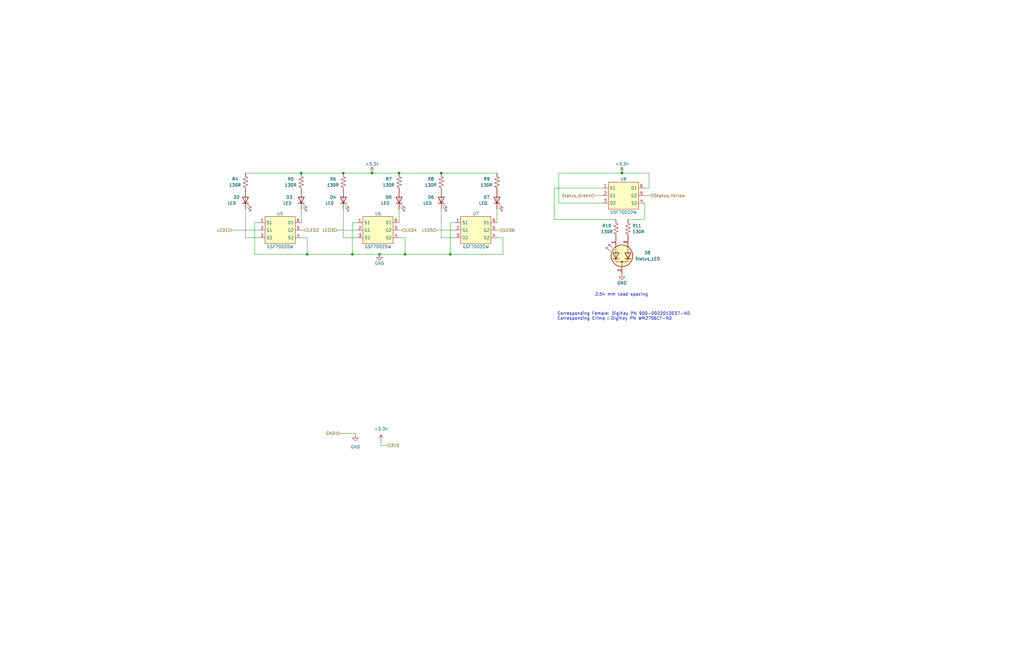
<source format=kicad_sch>
(kicad_sch (version 20230121) (generator eeschema)
  (paper "B")
  (title_block (title "MCU Controller") (rev "0.2") (company "satomm@stanford.edu") (comment 1 "Department of Civil and Environmental Engineering") (comment 2 "Engineering Informatics Group") (comment 3 "Stanford University") (comment 4 "Matthew Sato"))
  (lib_symbols
    (symbol "Device:LED" (pin_numbers hide) (pin_names (offset 1.016) hide)
      (property "Reference" "D" (at 0 2.54 0))
      (property "Value" "LED" (at 0 -2.54 0))
      (symbol "LED_0_1"
        (polyline (pts (xy -1.27 -1.27) (xy -1.27 1.27)) (stroke (width 0.254)))
        (polyline (pts (xy -1.27 0) (xy 1.27 0)))
        (polyline (pts (xy 1.27 -1.27) (xy 1.27 1.27) (xy -1.27 0) (xy 1.27 -1.27)) (stroke (width 0.254)))
        (polyline (pts (xy -3.048 -0.762) (xy -4.572 -2.286) (xy -3.81 -2.286) (xy -4.572 -2.286) (xy -4.572 -1.524)))
        (polyline (pts (xy -1.778 -0.762) (xy -3.302 -2.286) (xy -2.54 -2.286) (xy -3.302 -2.286) (xy -3.302 -1.524)))
      )
      (symbol "LED_1_1"
        (pin passive line (at -3.81 0 0) (length 2.54) (name "K") (number "1"))
        (pin passive line (at 3.81 0 180) (length 2.54) (name "A") (number "2"))
      )
    )
    (symbol "Device:LED_Dual_AKA" (pin_names (offset 0) hide)
      (property "Reference" "D" (at 0 5.715 0))
      (property "Value" "LED_Dual_AKA" (at 0 -6.35 0))
      (symbol "LED_Dual_AKA_0_1"
        (circle (center -2.54 0) (radius 0.2794) (fill (type outline)))
        (polyline (pts (xy -4.572 0) (xy -2.54 0)))
        (polyline (pts (xy -1.27 -1.27) (xy -1.27 -3.81)) (stroke (width 0.254)))
        (polyline (pts (xy -1.27 1.27) (xy -1.27 3.81)) (stroke (width 0.254)))
        (polyline (pts (xy 3.81 -2.54) (xy 1.905 -2.54)))
        (polyline (pts (xy 3.81 2.54) (xy 1.905 2.54)))
        (polyline (pts (xy 1.27 -3.81) (xy 1.27 -1.27) (xy -1.27 -2.54) (xy 1.27 -3.81)) (stroke (width 0.254)))
        (polyline (pts (xy 1.27 1.27) (xy 1.27 3.81) (xy -1.27 2.54) (xy 1.27 1.27)) (stroke (width 0.254)))
        (polyline (pts (xy 2.032 2.54) (xy -2.54 2.54) (xy -2.54 -2.54) (xy 2.032 -2.54)))
        (polyline (pts (xy 2.032 5.08) (xy 3.556 6.604) (xy 2.794 6.604) (xy 3.556 6.604) (xy 3.556 5.842)))
        (polyline (pts (xy 3.302 4.064) (xy 4.826 5.588) (xy 4.064 5.588) (xy 4.826 5.588) (xy 4.826 4.826)))
        (circle (center 0 0) (radius 4.572) (stroke (width 0.254)) (fill (type background)))
      )
      (symbol "LED_Dual_AKA_1_1"
        (pin input line (at 7.62 2.54 180) (length 3.81) (name "A1") (number "1"))
        (pin input line (at -7.62 0 0) (length 3.048) (name "K") (number "2"))
        (pin input line (at 7.62 -2.54 180) (length 3.81) (name "A2") (number "3"))
      )
    )
    (symbol "Device:R_US" (pin_numbers hide) (pin_names (offset 0))
      (property "Reference" "R" (at 2.54 0 90))
      (property "Value" "R_US" (at -2.54 0 90))
      (symbol "R_US_0_1"
        (polyline (pts (xy 0 -2.286) (xy 0 -2.54)))
        (polyline (pts (xy 0 2.286) (xy 0 2.54)))
        (polyline (pts (xy 0 -0.762) (xy 1.016 -1.143) (xy 0 -1.524) (xy -1.016 -1.905) (xy 0 -2.286)))
        (polyline (pts (xy 0 0.762) (xy 1.016 0.381) (xy 0 0) (xy -1.016 -0.381) (xy 0 -0.762)))
        (polyline (pts (xy 0 2.286) (xy 1.016 1.905) (xy 0 1.524) (xy -1.016 1.143) (xy 0 0.762)))
      )
      (symbol "R_US_1_1"
        (pin passive line (at 0 3.81 270) (length 1.27) (name "~") (number "1"))
        (pin passive line (at 0 -3.81 90) (length 1.27) (name "~") (number "2"))
      )
    )
    (symbol "RobotLibary:GSF7002DW"
      (property "Reference" "U" (at 1.27 1.905 0))
      (property "Value" "GSF7002DW" (at 1.27 0 0))
      (symbol "GSF7002DW_1_1"
        (rectangle (start -5.08 -1.27) (end 7.62 -12.7) (fill (type background)))
        (pin passive line (at -7.62 -3.81 0) (length 2.54) (name "S1") (number "1"))
        (pin passive line (at -7.62 -6.985 0) (length 2.54) (name "G1") (number "2"))
        (pin passive line (at -7.62 -10.16 0) (length 2.54) (name "D2") (number "3"))
        (pin passive line (at 10.16 -10.16 180) (length 2.54) (name "S2") (number "4"))
        (pin passive line (at 10.16 -6.985 180) (length 2.54) (name "G2") (number "5"))
        (pin passive line (at 10.16 -3.81 180) (length 2.54) (name "D1") (number "6"))
      )
    )
    (symbol "power:+3.3V" (power) (pin_names (offset 0))
      (property "Value" "+3.3V" (at 0 3.556 0))
      (symbol "+3.3V_0_1"
        (polyline (pts (xy -0.762 1.27) (xy 0 2.54)))
        (polyline (pts (xy 0 0) (xy 0 2.54)))
        (polyline (pts (xy 0 2.54) (xy 0.762 1.27)))
      )
      (symbol "+3.3V_1_1"
        (pin power_in line (at 0 0 90) (length 0) hide (name "+3.3V") (number "1"))
      )
    )
    (symbol "power:GND" (power) (pin_names (offset 0))
      (property "Value" "GND" (at 0 -3.81 0))
      (symbol "GND_0_1"
        (polyline (pts (xy 0 0) (xy 0 -1.27) (xy 1.27 -1.27) (xy 0 -2.54) (xy -1.27 -1.27) (xy 0 -1.27)))
      )
      (symbol "GND_1_1"
        (pin power_in line (at 0 0 270) (length 0) hide (name "GND") (number "1"))
      )
    )
  )
  (junction (at 186.055 73.025))
  (junction (at 127 73.025))
  (junction (at 262.255 73.025))
  (junction (at 170.815 107.315))
  (junction (at 160.02 107.315))
  (junction (at 144.78 73.025))
  (junction (at 189.865 107.315))
  (junction (at 148.59 107.315))
  (junction (at 129.54 107.315))
  (junction (at 168.275 73.025))
  (junction (at 156.845 73.025))
  (wire (pts (xy 127 93.98) (xy 127 88.265)))
  (wire (pts (xy 148.59 107.315) (xy 160.02 107.315)))
  (wire (pts (xy 273.685 79.375) (xy 273.685 73.025)))
  (wire (pts (xy 235.585 85.725) (xy 254 85.725)))
  (wire (pts (xy 209.55 93.98) (xy 209.55 88.265)))
  (wire (pts (xy 186.055 100.33) (xy 191.77 100.33)))
  (wire (pts (xy 262.255 73.025) (xy 262.255 70.485)))
  (wire (pts (xy 235.585 73.025) (xy 235.585 85.725)))
  (wire (pts (xy 189.865 93.98) (xy 189.865 107.315)))
  (wire (pts (xy 169.545 97.155) (xy 168.275 97.155)))
  (wire (pts (xy 271.78 92.71) (xy 264.795 92.71)))
  (wire (pts (xy 168.275 93.98) (xy 168.275 88.265)))
  (wire (pts (xy 160.02 107.315) (xy 170.815 107.315)))
  (wire (pts (xy 184.15 97.155) (xy 191.77 97.155)))
  (wire (pts (xy 262.255 73.025) (xy 235.585 73.025)))
  (wire (pts (xy 129.54 107.315) (xy 129.54 100.33)))
  (wire (pts (xy 97.79 97.155) (xy 109.22 97.155)))
  (wire (pts (xy 210.82 97.155) (xy 209.55 97.155)))
  (wire (pts (xy 170.815 107.315) (xy 170.815 100.33)))
  (wire (pts (xy 209.55 100.33) (xy 212.09 100.33)))
  (wire (pts (xy 148.59 93.98) (xy 148.59 107.315)))
  (wire (pts (xy 271.78 79.375) (xy 273.685 79.375)))
  (wire (pts (xy 160.655 186.055) (xy 160.655 187.96)))
  (wire (pts (xy 168.275 73.025) (xy 186.055 73.025)))
  (wire (pts (xy 129.54 107.315) (xy 148.59 107.315)))
  (wire (pts (xy 250.825 82.55) (xy 254 82.55)))
  (wire (pts (xy 191.77 93.98) (xy 189.865 93.98)))
  (wire (pts (xy 273.685 73.025) (xy 262.255 73.025)))
  (wire (pts (xy 129.54 100.33) (xy 127 100.33)))
  (wire (pts (xy 127 73.025) (xy 144.78 73.025)))
  (wire (pts (xy 271.78 85.725) (xy 271.78 92.71)))
  (wire (pts (xy 107.315 107.315) (xy 129.54 107.315)))
  (wire (pts (xy 254 79.375) (xy 233.68 79.375)))
  (wire (pts (xy 160.655 187.96) (xy 163.195 187.96)))
  (wire (pts (xy 127 97.155) (xy 128.27 97.155)))
  (wire (pts (xy 109.22 100.33) (xy 103.505 100.33)))
  (wire (pts (xy 150.495 100.33) (xy 144.78 100.33)))
  (wire (pts (xy 170.815 107.315) (xy 189.865 107.315)))
  (wire (pts (xy 186.055 73.025) (xy 209.55 73.025)))
  (wire (pts (xy 189.865 107.315) (xy 212.09 107.315)))
  (wire (pts (xy 170.815 100.33) (xy 168.275 100.33)))
  (wire (pts (xy 233.68 79.375) (xy 233.68 92.71)))
  (wire (pts (xy 149.86 182.88) (xy 142.875 182.88)))
  (wire (pts (xy 150.495 93.98) (xy 148.59 93.98)))
  (wire (pts (xy 109.22 93.98) (xy 107.315 93.98)))
  (wire (pts (xy 233.68 92.71) (xy 259.715 92.71)))
  (wire (pts (xy 212.09 107.315) (xy 212.09 100.33)))
  (wire (pts (xy 142.24 97.155) (xy 150.495 97.155)))
  (wire (pts (xy 144.78 100.33) (xy 144.78 88.265)))
  (wire (pts (xy 156.845 73.025) (xy 168.275 73.025)))
  (wire (pts (xy 149.86 183.515) (xy 149.86 182.88)))
  (wire (pts (xy 107.315 93.98) (xy 107.315 107.315)))
  (wire (pts (xy 103.505 73.025) (xy 127 73.025)))
  (wire (pts (xy 103.505 100.33) (xy 103.505 88.265)))
  (wire (pts (xy 271.78 82.55) (xy 274.32 82.55)))
  (wire (pts (xy 144.78 73.025) (xy 156.845 73.025)))
  (wire (pts (xy 186.055 100.33) (xy 186.055 88.265)))
  (text "Corresponding Female: DigiKey PN 900-0022013037-ND\nCorresponding Crimp : DigiKey PN WM2756CT-ND" (at 234.95 135.255 0) (effects (font (size 1.27 1.27)) (justify left bottom)))
  (text "2.54 mm Lead spacing" (at 250.825 125.095 0) (effects (font (size 1.27 1.27)) (justify left bottom)))
  (hierarchical_label "3V3" (shape input) (at 163.195 187.96 0))
  (hierarchical_label "Status_Green" (shape input) (at 250.825 82.55 180))
  (hierarchical_label "LED6" (shape input) (at 210.82 97.155 0))
  (hierarchical_label "LED1" (shape input) (at 97.79 97.155 180))
  (hierarchical_label "Status_Yellow" (shape input) (at 274.32 82.55 0))
  (hierarchical_label "LED2" (shape input) (at 128.27 97.155 0))
  (hierarchical_label "LED3" (shape input) (at 142.24 97.155 180))
  (hierarchical_label "LED5" (shape input) (at 184.15 97.155 180))
  (hierarchical_label "LED4" (shape input) (at 169.545 97.155 0))
  (hierarchical_label "GND" (shape output) (at 142.875 182.88 180))
  (symbol (lib_id "Device:R_US") (at 127 76.835 0) (unit 1)
    (property "Reference" "R5" (at 121.285 75.565 0) (effects (justify left)))
    (property "Value" "130R" (at 120.015 78.105 0) (effects (justify left)))
    (property "Footprint" "Resistor_SMD:R_0805_2012Metric_Pad1.20x1.40mm_HandSolder" (effects hide))
    (property "Datasheet" "https://www.seielect.com/catalog/sei-rmcf_rmcp.pdf" (effects hide))
    (property "Description" "RES 130 OHM 1% 1/8W 0805" (effects hide))
    (property "Mfr" "Stackpole Electronics Inc" (effects hide))
    (property "Mfr P/N" "RMCF0805FT130R" (effects hide))
    (property "Supplier 1" "DigiKey" (effects hide))
    (property "Supplier 1 P/N" "RMCF0805FT130RCT-ND" (effects hide))
  )
  (symbol (lib_id "Device:LED") (at 103.505 84.455 90) (unit 1)
    (property "Reference" "D2" (at 98.425 83.185 90) (effects (justify right)))
    (property "Value" "LED" (at 95.885 85.725 90) (effects (justify right)))
    (property "Footprint" "LED_SMD:LED_0805_2012Metric_Pad1.15x1.40mm_HandSolder" (effects hide))
    (property "Datasheet" "https://www.we-online.com/katalog/datasheet/150080RS75000.pdf" (effects hide))
    (property "Description" "LED RED CLEAR 0805 SMD" (effects hide))
    (property "Mfr" "Würth Elektronik" (effects hide))
    (property "Mfr P/N" "150080RS75000" (effects hide))
    (property "Supplier 1" "DigiKey" (effects hide))
    (property "Supplier 1 P/N" "732-4984-1-ND" (effects hide))
  )
  (symbol (lib_id "Device:R_US") (at 168.275 76.835 0) (unit 1)
    (property "Reference" "R7" (at 162.56 75.565 0) (effects (justify left)))
    (property "Value" "130R" (at 161.29 78.105 0) (effects (justify left)))
    (property "Footprint" "Resistor_SMD:R_0805_2012Metric_Pad1.20x1.40mm_HandSolder" (effects hide))
    (property "Datasheet" "https://www.seielect.com/catalog/sei-rmcf_rmcp.pdf" (effects hide))
    (property "Description" "RES 130 OHM 1% 1/8W 0805" (effects hide))
    (property "Mfr" "Stackpole Electronics Inc" (effects hide))
    (property "Mfr P/N" "RMCF0805FT130R" (effects hide))
    (property "Supplier 1" "DigiKey" (effects hide))
    (property "Supplier 1 P/N" "RMCF0805FT130RCT-ND" (effects hide))
  )
  (symbol (lib_id "Device:R_US") (at 259.715 96.52 180) (unit 1)
    (property "Reference" "R10" (at 257.81 95.25 0) (effects (justify left)))
    (property "Value" "130R" (at 258.445 97.79 0) (effects (justify left)))
    (property "Footprint" "Resistor_SMD:R_0805_2012Metric_Pad1.20x1.40mm_HandSolder" (effects hide))
    (property "Datasheet" "https://www.seielect.com/catalog/sei-rmcf_rmcp.pdf" (effects hide))
    (property "Description" "RES 130 OHM 1% 1/8W 0805" (effects hide))
    (property "Mfr" "Stackpole Electronics Inc" (effects hide))
    (property "Mfr P/N" "RMCF0805FT130R" (effects hide))
    (property "Supplier 1" "DigiKey" (effects hide))
    (property "Supplier 1 P/N" "RMCF0805FT130RCT-ND" (effects hide))
  )
  (symbol (lib_id "Device:LED") (at 186.055 84.455 90) (unit 1)
    (property "Reference" "D6" (at 180.34 83.185 90) (effects (justify right)))
    (property "Value" "LED" (at 178.435 85.725 90) (effects (justify right)))
    (property "Footprint" "LED_SMD:LED_0805_2012Metric_Pad1.15x1.40mm_HandSolder" (effects hide))
    (property "Datasheet" "https://www.we-online.com/katalog/datasheet/150080RS75000.pdf" (effects hide))
    (property "Description" "LED RED CLEAR 0805 SMD" (effects hide))
    (property "Mfr" "Würth Elektronik" (effects hide))
    (property "Mfr P/N" "150080RS75000" (effects hide))
    (property "Supplier 1" "DigiKey" (effects hide))
    (property "Supplier 1 P/N" "732-4984-1-ND" (effects hide))
  )
  (symbol (lib_id "Device:LED") (at 144.78 84.455 90) (unit 1)
    (property "Reference" "D4" (at 139.065 83.185 90) (effects (justify right)))
    (property "Value" "LED" (at 137.16 85.725 90) (effects (justify right)))
    (property "Footprint" "LED_SMD:LED_0805_2012Metric_Pad1.15x1.40mm_HandSolder" (effects hide))
    (property "Datasheet" "https://www.we-online.com/katalog/datasheet/150080RS75000.pdf" (effects hide))
    (property "Description" "LED RED CLEAR 0805 SMD" (effects hide))
    (property "Mfr" "Würth Elektronik" (effects hide))
    (property "Mfr P/N" "150080RS75000" (effects hide))
    (property "Supplier 1" "DigiKey" (effects hide))
    (property "Supplier 1 P/N" "732-4984-1-ND" (effects hide))
  )
  (symbol (lib_id "power:+3.3V") (at 262.255 73.025 0) (unit 1)
    (property "Reference" "#PWR087" (effects hide))
    (property "Value" "+3.3V" (at 262.255 69.215 0))
  )
  (symbol (lib_id "power:GND") (at 160.02 107.315 0) (unit 1)
    (property "Reference" "#PWR085" (effects hide))
    (property "Value" "GND" (at 160.02 111.125 0))
  )
  (symbol (lib_id "RobotLibary:GSF7002DW") (at 261.62 75.565 0) (unit 1)
    (property "Reference" "U8" (at 262.89 75.565 0))
    (property "Value" "GSF7002DW" (at 262.89 89.535 0))
    (property "Footprint" "Package_TO_SOT_SMD:SOT-363_SC-70-6" (effects hide))
    (property "Datasheet" "https://goodarksemi.com/docs/datasheets/mosfets/GSF7002DW.pdf" (effects hide))
    (property "Description" "MOSFET 2N-CH 60V 0.34A SOT363" (effects hide))
    (property "Mfr" "Good-Ark Semiconductor" (effects hide))
    (property "Mfr P/N" "GSF7002DW" (effects hide))
    (property "Supplier 1" "DigiKey" (effects hide))
    (property "Supplier 1 P/N" "4786-GSF7002DWCT-ND" (effects hide))
  )
  (symbol (lib_id "RobotLibary:GSF7002DW") (at 158.115 90.17 0) (unit 1)
    (property "Reference" "U6" (at 159.385 90.17 0))
    (property "Value" "GSF7002DW" (at 159.385 104.14 0))
    (property "Footprint" "Package_TO_SOT_SMD:SOT-363_SC-70-6" (effects hide))
    (property "Datasheet" "https://goodarksemi.com/docs/datasheets/mosfets/GSF7002DW.pdf" (effects hide))
    (property "Description" "MOSFET 2N-CH 60V 0.34A SOT363" (effects hide))
    (property "Mfr" "Good-Ark Semiconductor" (effects hide))
    (property "Mfr P/N" "GSF7002DW" (effects hide))
    (property "Supplier 1" "DigiKey" (effects hide))
    (property "Supplier 1 P/N" "4786-GSF7002DWCT-ND" (effects hide))
  )
  (symbol (lib_id "Device:LED_Dual_AKA") (at 262.255 107.95 90) (unit 1)
    (property "Reference" "D8" (at 273.05 106.68 90))
    (property "Value" "Status_LED" (at 273.05 109.22 90))
    (property "Footprint" "RobotLibrary:CONN3_22232031_MOL" (effects hide))
    (property "Datasheet" "https://www.kingbrightusa.com/images/catalog/SPEC/WP115WGYW.pdf" (effects hide))
    (property "Description" "LED GREEN/YELLOW DIFF T-1 T/H" (effects hide))
    (property "Mfr" "Kingbright" (effects hide))
    (property "Mfr P/N" "WP115WGYW" (effects hide))
    (property "Supplier 1" "DigiKey" (effects hide))
    (property "Supplier 1 P/N" "754-1864-ND" (effects hide))
    (property "Header Pin" "DigiKey" (effects hide))
    (property "P/N" "WM4201-ND" (effects hide))
  )
  (symbol (lib_id "RobotLibary:GSF7002DW") (at 199.39 90.17 0) (unit 1)
    (property "Reference" "U7" (at 200.66 90.17 0))
    (property "Value" "GSF7002DW" (at 200.66 104.14 0))
    (property "Footprint" "Package_TO_SOT_SMD:SOT-363_SC-70-6" (effects hide))
    (property "Datasheet" "https://goodarksemi.com/docs/datasheets/mosfets/GSF7002DW.pdf" (effects hide))
    (property "Description" "MOSFET 2N-CH 60V 0.34A SOT363" (effects hide))
    (property "Mfr" "Good-Ark Semiconductor" (effects hide))
    (property "Mfr P/N" "GSF7002DW" (effects hide))
    (property "Supplier 1" "DigiKey" (effects hide))
    (property "Supplier 1 P/N" "4786-GSF7002DWCT-ND" (effects hide))
  )
  (symbol (lib_id "Device:R_US") (at 186.055 76.835 0) (unit 1)
    (property "Reference" "R8" (at 180.34 75.565 0) (effects (justify left)))
    (property "Value" "130R" (at 179.07 78.105 0) (effects (justify left)))
    (property "Footprint" "Resistor_SMD:R_0805_2012Metric_Pad1.20x1.40mm_HandSolder" (effects hide))
    (property "Datasheet" "https://www.seielect.com/catalog/sei-rmcf_rmcp.pdf" (effects hide))
    (property "Description" "RES 130 OHM 1% 1/8W 0805" (effects hide))
    (property "Mfr" "Stackpole Electronics Inc" (effects hide))
    (property "Mfr P/N" "RMCF0805FT130R" (effects hide))
    (property "Supplier 1" "DigiKey" (effects hide))
    (property "Supplier 1 P/N" "RMCF0805FT130RCT-ND" (effects hide))
  )
  (symbol (lib_id "Device:LED") (at 209.55 84.455 90) (unit 1)
    (property "Reference" "D7" (at 203.835 83.185 90) (effects (justify right)))
    (property "Value" "LED" (at 201.93 85.725 90) (effects (justify right)))
    (property "Footprint" "LED_SMD:LED_0805_2012Metric_Pad1.15x1.40mm_HandSolder" (effects hide))
    (property "Datasheet" "https://www.we-online.com/katalog/datasheet/150080RS75000.pdf" (effects hide))
    (property "Description" "LED GREEN CLEAR 0805 SMD" (effects hide))
    (property "Mfr" "Würth Elektronik" (effects hide))
    (property "Mfr P/N" "150080VS75000" (effects hide))
    (property "Supplier 1" "DigiKey" (effects hide))
    (property "Supplier 1 P/N" "732-4986-1-ND" (effects hide))
  )
  (symbol (lib_id "RobotLibary:GSF7002DW") (at 116.84 90.17 0) (unit 1)
    (property "Reference" "U5" (at 118.11 90.17 0))
    (property "Value" "GSF7002DW" (at 118.11 104.14 0))
    (property "Footprint" "Package_TO_SOT_SMD:SOT-363_SC-70-6" (effects hide))
    (property "Datasheet" "https://goodarksemi.com/docs/datasheets/mosfets/GSF7002DW.pdf" (effects hide))
    (property "Description" "MOSFET 2N-CH 60V 0.34A SOT363" (effects hide))
    (property "Mfr" "Good-Ark Semiconductor" (effects hide))
    (property "Mfr P/N" "GSF7002DW" (effects hide))
    (property "Supplier 1" "DigiKey" (effects hide))
    (property "Supplier 1 P/N" "4786-GSF7002DWCT-ND" (effects hide))
  )
  (symbol (lib_id "Device:R_US") (at 264.795 96.52 180) (unit 1)
    (property "Reference" "R11" (at 270.51 95.25 0) (effects (justify left)))
    (property "Value" "130R" (at 271.78 97.79 0) (effects (justify left)))
    (property "Footprint" "Resistor_SMD:R_0805_2012Metric_Pad1.20x1.40mm_HandSolder" (effects hide))
    (property "Datasheet" "https://www.seielect.com/catalog/sei-rmcf_rmcp.pdf" (effects hide))
    (property "Description" "RES 130 OHM 1% 1/8W 0805" (effects hide))
    (property "Mfr" "Stackpole Electronics Inc" (effects hide))
    (property "Mfr P/N" "RMCF0805FT130R" (effects hide))
    (property "Supplier 1" "DigiKey" (effects hide))
    (property "Supplier 1 P/N" "RMCF0805FT130RCT-ND" (effects hide))
  )
  (symbol (lib_id "Device:LED") (at 127 84.455 90) (unit 1)
    (property "Reference" "D3" (at 120.65 83.185 90) (effects (justify right)))
    (property "Value" "LED" (at 119.38 85.725 90) (effects (justify right)))
    (property "Footprint" "LED_SMD:LED_0805_2012Metric_Pad1.15x1.40mm_HandSolder" (effects hide))
    (property "Datasheet" "https://www.we-online.com/katalog/datasheet/150080RS75000.pdf" (effects hide))
    (property "Description" "LED GREEN CLEAR 0805 SMD" (effects hide))
    (property "Mfr" "Würth Elektronik" (effects hide))
    (property "Mfr P/N" "150080VS75000" (effects hide))
    (property "Supplier 1" "DigiKey" (effects hide))
    (property "Supplier 1 P/N" "732-4986-1-ND" (effects hide))
  )
  (symbol (lib_id "Device:LED") (at 168.275 84.455 90) (unit 1)
    (property "Reference" "D5" (at 162.56 83.185 90) (effects (justify right)))
    (property "Value" "LED" (at 160.655 85.725 90) (effects (justify right)))
    (property "Footprint" "LED_SMD:LED_0805_2012Metric_Pad1.15x1.40mm_HandSolder" (effects hide))
    (property "Datasheet" "https://www.we-online.com/katalog/datasheet/150080RS75000.pdf" (effects hide))
    (property "Description" "LED GREEN CLEAR 0805 SMD" (effects hide))
    (property "Mfr" "Würth Elektronik" (effects hide))
    (property "Mfr P/N" "150080VS75000" (effects hide))
    (property "Supplier 1" "DigiKey" (effects hide))
    (property "Supplier 1 P/N" "732-4986-1-ND" (effects hide))
  )
  (symbol (lib_id "Device:R_US") (at 103.505 76.835 0) (unit 1)
    (property "Reference" "R4" (at 97.79 75.565 0) (effects (justify left)))
    (property "Value" "130R" (at 96.52 78.105 0) (effects (justify left)))
    (property "Footprint" "Resistor_SMD:R_0805_2012Metric_Pad1.20x1.40mm_HandSolder" (effects hide))
    (property "Datasheet" "https://www.seielect.com/catalog/sei-rmcf_rmcp.pdf" (effects hide))
    (property "Description" "RES 130 OHM 1% 1/8W 0805" (effects hide))
    (property "Mfr" "Stackpole Electronics Inc" (effects hide))
    (property "Mfr P/N" "RMCF0805FT130R" (effects hide))
    (property "Supplier 1" "DigiKey" (effects hide))
    (property "Supplier 1 P/N" "RMCF0805FT130RCT-ND" (effects hide))
  )
  (symbol (lib_id "power:+3.3V") (at 156.845 73.025 0) (unit 1)
    (property "Reference" "#PWR084" (effects hide))
    (property "Value" "+3.3V" (at 156.845 69.215 0))
  )
  (symbol (lib_id "Device:R_US") (at 209.55 76.835 0) (unit 1)
    (property "Reference" "R9" (at 203.835 75.565 0) (effects (justify left)))
    (property "Value" "130R" (at 202.565 78.105 0) (effects (justify left)))
    (property "Footprint" "Resistor_SMD:R_0805_2012Metric_Pad1.20x1.40mm_HandSolder" (effects hide))
    (property "Datasheet" "https://www.seielect.com/catalog/sei-rmcf_rmcp.pdf" (effects hide))
    (property "Description" "RES 130 OHM 1% 1/8W 0805" (effects hide))
    (property "Mfr" "Stackpole Electronics Inc" (effects hide))
    (property "Mfr P/N" "RMCF0805FT130R" (effects hide))
    (property "Supplier 1" "DigiKey" (effects hide))
    (property "Supplier 1 P/N" "RMCF0805FT130RCT-ND" (effects hide))
  )
  (symbol (lib_id "power:+3.3V") (at 160.655 186.055 0) (unit 1)
    (property "Reference" "#PWR086" (effects hide))
    (property "Value" "+3.3V" (at 160.655 180.975 0))
  )
  (symbol (lib_id "power:GND") (at 262.255 115.57 0) (unit 1)
    (property "Reference" "#PWR088" (effects hide))
    (property "Value" "GND" (at 262.255 119.38 0))
  )
  (symbol (lib_id "Device:R_US") (at 144.78 76.835 0) (unit 1)
    (property "Reference" "R6" (at 139.065 75.565 0) (effects (justify left)))
    (property "Value" "130R" (at 137.795 78.105 0) (effects (justify left)))
    (property "Footprint" "Resistor_SMD:R_0805_2012Metric_Pad1.20x1.40mm_HandSolder" (effects hide))
    (property "Datasheet" "https://www.seielect.com/catalog/sei-rmcf_rmcp.pdf" (effects hide))
    (property "Description" "RES 130 OHM 1% 1/8W 0805" (effects hide))
    (property "Mfr" "Stackpole Electronics Inc" (effects hide))
    (property "Mfr P/N" "RMCF0805FT130R" (effects hide))
    (property "Supplier 1" "DigiKey" (effects hide))
    (property "Supplier 1 P/N" "RMCF0805FT130RCT-ND" (effects hide))
  )
  (symbol (lib_id "power:GND") (at 149.86 183.515 0) (unit 1)
    (property "Reference" "#PWR083" (effects hide))
    (property "Value" "GND" (at 149.86 188.595 0))
  )
)
</source>
